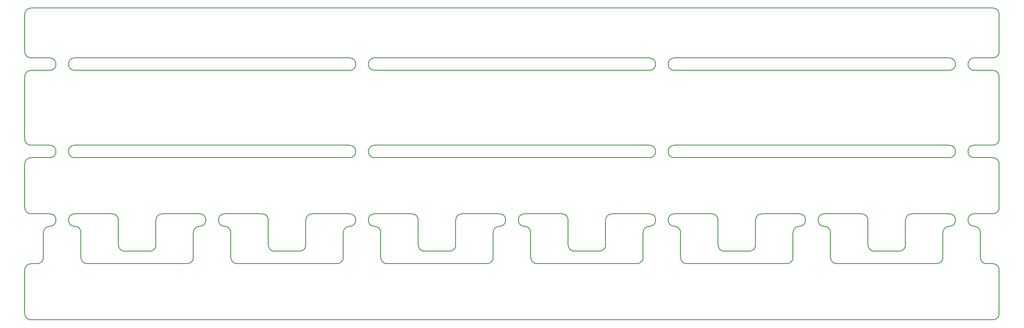
<source format=gbo>
G04 #@! TF.FileFunction,Legend,Bot*
%FSLAX46Y46*%
G04 Gerber Fmt 4.6, Leading zero omitted, Abs format (unit mm)*
G04 Created by KiCad (PCBNEW 4.0.1-3.201512221401+6198~38~ubuntu15.10.1-stable) date Sun Feb 21 18:20:38 2016*
%MOMM*%
G01*
G04 APERTURE LIST*
%ADD10C,0.101600*%
%ADD11C,0.150000*%
%ADD12C,6.496000*%
%ADD13C,0.900000*%
G04 APERTURE END LIST*
D10*
D11*
X0Y10160000D02*
X0Y1270000D01*
X1270000Y11430000D02*
X2540000Y11430000D01*
X1270000Y11430000D02*
G75*
G03X0Y10160000I0J-1270000D01*
G01*
X2540000Y11430000D02*
G75*
G03X3810000Y12700000I0J1270000D01*
G01*
X196850000Y11430000D02*
X195580000Y11430000D01*
X198120000Y10160000D02*
G75*
G03X196850000Y11430000I-1270000J0D01*
G01*
X198120000Y1270000D02*
X198120000Y10160000D01*
X194310000Y12700000D02*
G75*
G03X195580000Y11430000I1270000J0D01*
G01*
X5080000Y50800000D02*
G75*
G03X5080000Y53340000I0J1270000D01*
G01*
X10160000Y53340000D02*
G75*
G03X10160000Y50800000I0J-1270000D01*
G01*
X5080000Y50800000D02*
X1270000Y50800000D01*
X1270000Y53340000D02*
X5080000Y53340000D01*
X5080000Y21590000D02*
X1270000Y21590000D01*
X5080000Y19050000D02*
G75*
G03X5080000Y21590000I0J1270000D01*
G01*
X10160000Y21590000D02*
G75*
G03X10160000Y19050000I0J-1270000D01*
G01*
X10160000Y35560000D02*
G75*
G03X10160000Y33020000I0J-1270000D01*
G01*
X5080000Y33020000D02*
G75*
G03X5080000Y35560000I0J1270000D01*
G01*
X5080000Y33020000D02*
X1270000Y33020000D01*
X1270000Y35560000D02*
X5080000Y35560000D01*
X17780000Y21590000D02*
X10160000Y21590000D01*
X19050000Y20320000D02*
G75*
G03X17780000Y21590000I-1270000J0D01*
G01*
X11430000Y17780000D02*
G75*
G03X10160000Y19050000I-1270000J0D01*
G01*
X11430000Y12700000D02*
X11430000Y17780000D01*
X19050000Y15240000D02*
X19050000Y20320000D01*
X11430000Y12700000D02*
G75*
G03X12700000Y11430000I1270000J0D01*
G01*
X19050000Y15240000D02*
G75*
G03X20320000Y13970000I1270000J0D01*
G01*
X33020000Y11430000D02*
X12700000Y11430000D01*
X25400000Y13970000D02*
X20320000Y13970000D01*
X66040000Y33020000D02*
G75*
G03X66040000Y35560000I0J1270000D01*
G01*
X71120000Y35560000D02*
G75*
G03X71120000Y33020000I0J-1270000D01*
G01*
X127000000Y33020000D02*
G75*
G03X127000000Y35560000I0J1270000D01*
G01*
X132080000Y35560000D02*
G75*
G03X132080000Y33020000I0J-1270000D01*
G01*
X187960000Y33020000D02*
G75*
G03X187960000Y35560000I0J1270000D01*
G01*
X193040000Y35560000D02*
G75*
G03X193040000Y33020000I0J-1270000D01*
G01*
X193040000Y53340000D02*
G75*
G03X193040000Y50800000I0J-1270000D01*
G01*
X187960000Y50800000D02*
G75*
G03X187960000Y53340000I0J1270000D01*
G01*
X132080000Y53340000D02*
G75*
G03X132080000Y50800000I0J-1270000D01*
G01*
X127000000Y50800000D02*
G75*
G03X127000000Y53340000I0J1270000D01*
G01*
X71120000Y53340000D02*
G75*
G03X71120000Y50800000I0J-1270000D01*
G01*
X66040000Y50800000D02*
G75*
G03X66040000Y53340000I0J1270000D01*
G01*
X1270000Y63500000D02*
G75*
G03X0Y62230000I0J-1270000D01*
G01*
X0Y62230000D02*
X0Y54610000D01*
X196850000Y63500000D02*
X1270000Y63500000D01*
X198120000Y62230000D02*
X198120000Y54610000D01*
X198120000Y62230000D02*
G75*
G03X196850000Y63500000I-1270000J0D01*
G01*
X196850000Y53340000D02*
G75*
G03X198120000Y54610000I0J1270000D01*
G01*
X198120000Y49530000D02*
X198120000Y36830000D01*
X196850000Y35560000D02*
G75*
G03X198120000Y36830000I0J1270000D01*
G01*
X198120000Y49530000D02*
G75*
G03X196850000Y50800000I-1270000J0D01*
G01*
X0Y49530000D02*
X0Y36830000D01*
X0Y36830000D02*
G75*
G03X1270000Y35560000I1270000J0D01*
G01*
X0Y54610000D02*
G75*
G03X1270000Y53340000I1270000J0D01*
G01*
X1270000Y50800000D02*
G75*
G03X0Y49530000I0J-1270000D01*
G01*
X193040000Y33020000D02*
X196850000Y33020000D01*
X132080000Y33020000D02*
X187960000Y33020000D01*
X71120000Y33020000D02*
X127000000Y33020000D01*
X10160000Y33020000D02*
X66040000Y33020000D01*
X193040000Y53340000D02*
X196850000Y53340000D01*
X132080000Y53340000D02*
X187960000Y53340000D01*
X71120000Y53340000D02*
X127000000Y53340000D01*
X66040000Y53340000D02*
X10160000Y53340000D01*
X66040000Y35560000D02*
X10160000Y35560000D01*
X127000000Y35560000D02*
X71120000Y35560000D01*
X187960000Y35560000D02*
X132080000Y35560000D01*
X193040000Y35560000D02*
X196850000Y35560000D01*
X193040000Y50800000D02*
X196850000Y50800000D01*
X132080000Y50800000D02*
X187960000Y50800000D01*
X71120000Y50800000D02*
X127000000Y50800000D01*
X10160000Y50800000D02*
X66040000Y50800000D01*
X196850000Y21590000D02*
X193040000Y21590000D01*
X185420000Y11430000D02*
X165100000Y11430000D01*
X186690000Y17780000D02*
X186690000Y12700000D01*
X180340000Y21590000D02*
X187960000Y21590000D01*
X179070000Y15240000D02*
X179070000Y20320000D01*
X172720000Y13970000D02*
X177800000Y13970000D01*
X163830000Y17780000D02*
X163830000Y12700000D01*
X171450000Y20320000D02*
X171450000Y15240000D01*
X162560000Y21590000D02*
X170180000Y21590000D01*
X156210000Y17780000D02*
X156210000Y12700000D01*
X149860000Y21590000D02*
X157480000Y21590000D01*
X148590000Y15240000D02*
X148590000Y20320000D01*
X147320000Y13970000D02*
X142240000Y13970000D01*
X134620000Y11430000D02*
X154940000Y11430000D01*
X140970000Y15240000D02*
X140970000Y20320000D01*
X133350000Y17780000D02*
X133350000Y12700000D01*
X132080000Y21590000D02*
X139700000Y21590000D01*
X119380000Y21590000D02*
X127000000Y21590000D01*
X125730000Y17780000D02*
X125730000Y12700000D01*
X118110000Y15240000D02*
X118110000Y20320000D01*
X124460000Y11430000D02*
X104140000Y11430000D01*
X111760000Y13970000D02*
X116840000Y13970000D01*
X110490000Y15240000D02*
X110490000Y20320000D01*
X102870000Y17780000D02*
X102870000Y12700000D01*
X101600000Y21590000D02*
X109220000Y21590000D01*
X88900000Y21590000D02*
X96520000Y21590000D01*
X95250000Y17780000D02*
X95250000Y12700000D01*
X87630000Y15240000D02*
X87630000Y20320000D01*
X93980000Y11430000D02*
X73660000Y11430000D01*
X81280000Y13970000D02*
X86360000Y13970000D01*
X80010000Y20320000D02*
X80010000Y15240000D01*
X72390000Y17780000D02*
X72390000Y12700000D01*
X71120000Y21590000D02*
X78740000Y21590000D01*
X66040000Y21590000D02*
X58420000Y21590000D01*
X64770000Y17780000D02*
X64770000Y12700000D01*
X57150000Y20320000D02*
X57150000Y15240000D01*
X43180000Y11430000D02*
X63500000Y11430000D01*
X50800000Y13970000D02*
X55880000Y13970000D01*
X41910000Y17780000D02*
X41910000Y12700000D01*
X49530000Y20320000D02*
X49530000Y15240000D01*
X40640000Y21590000D02*
X48260000Y21590000D01*
X27940000Y21590000D02*
X35560000Y21590000D01*
X34290000Y17780000D02*
X34290000Y12700000D01*
X26670000Y20320000D02*
X26670000Y15240000D01*
X3810000Y17780000D02*
X3810000Y12700000D01*
X0Y31750000D02*
X0Y22860000D01*
X194310000Y12700000D02*
X194310000Y17780000D01*
X1270000Y0D02*
X196850000Y0D01*
X198120000Y22860000D02*
X198120000Y31750000D01*
X1270000Y33020000D02*
G75*
G03X0Y31750000I0J-1270000D01*
G01*
X0Y1270000D02*
G75*
G03X1270000Y0I1270000J0D01*
G01*
X5080000Y19050000D02*
G75*
G03X3810000Y17780000I0J-1270000D01*
G01*
X0Y22860000D02*
G75*
G03X1270000Y21590000I1270000J0D01*
G01*
X33020000Y11430000D02*
G75*
G03X34290000Y12700000I0J1270000D01*
G01*
X25400000Y13970000D02*
G75*
G03X26670000Y15240000I0J1270000D01*
G01*
X27940000Y21590000D02*
G75*
G03X26670000Y20320000I0J-1270000D01*
G01*
X35560000Y19050000D02*
G75*
G03X34290000Y17780000I0J-1270000D01*
G01*
X41910000Y12700000D02*
G75*
G03X43180000Y11430000I1270000J0D01*
G01*
X49530000Y15240000D02*
G75*
G03X50800000Y13970000I1270000J0D01*
G01*
X41910000Y17780000D02*
G75*
G03X40640000Y19050000I-1270000J0D01*
G01*
X49530000Y20320000D02*
G75*
G03X48260000Y21590000I-1270000J0D01*
G01*
X63500000Y11430000D02*
G75*
G03X64770000Y12700000I0J1270000D01*
G01*
X55880000Y13970000D02*
G75*
G03X57150000Y15240000I0J1270000D01*
G01*
X58420000Y21590000D02*
G75*
G03X57150000Y20320000I0J-1270000D01*
G01*
X66040000Y19050000D02*
G75*
G03X64770000Y17780000I0J-1270000D01*
G01*
X72390000Y12700000D02*
G75*
G03X73660000Y11430000I1270000J0D01*
G01*
X80010000Y15240000D02*
G75*
G03X81280000Y13970000I1270000J0D01*
G01*
X72390000Y17780000D02*
G75*
G03X71120000Y19050000I-1270000J0D01*
G01*
X80010000Y20320000D02*
G75*
G03X78740000Y21590000I-1270000J0D01*
G01*
X93980000Y11430000D02*
G75*
G03X95250000Y12700000I0J1270000D01*
G01*
X86360000Y13970000D02*
G75*
G03X87630000Y15240000I0J1270000D01*
G01*
X88900000Y21590000D02*
G75*
G03X87630000Y20320000I0J-1270000D01*
G01*
X96520000Y19050000D02*
G75*
G03X95250000Y17780000I0J-1270000D01*
G01*
X102870000Y12700000D02*
G75*
G03X104140000Y11430000I1270000J0D01*
G01*
X110490000Y15240000D02*
G75*
G03X111760000Y13970000I1270000J0D01*
G01*
X102870000Y17780000D02*
G75*
G03X101600000Y19050000I-1270000J0D01*
G01*
X110490000Y20320000D02*
G75*
G03X109220000Y21590000I-1270000J0D01*
G01*
X124460000Y11430000D02*
G75*
G03X125730000Y12700000I0J1270000D01*
G01*
X116840000Y13970000D02*
G75*
G03X118110000Y15240000I0J1270000D01*
G01*
X119380000Y21590000D02*
G75*
G03X118110000Y20320000I0J-1270000D01*
G01*
X127000000Y19050000D02*
G75*
G03X125730000Y17780000I0J-1270000D01*
G01*
X140970000Y20320000D02*
G75*
G03X139700000Y21590000I-1270000J0D01*
G01*
X133350000Y17780000D02*
G75*
G03X132080000Y19050000I-1270000J0D01*
G01*
X133350000Y12700000D02*
G75*
G03X134620000Y11430000I1270000J0D01*
G01*
X140970000Y15240000D02*
G75*
G03X142240000Y13970000I1270000J0D01*
G01*
X154940000Y11430000D02*
G75*
G03X156210000Y12700000I0J1270000D01*
G01*
X147320000Y13970000D02*
G75*
G03X148590000Y15240000I0J1270000D01*
G01*
X149860000Y21590000D02*
G75*
G03X148590000Y20320000I0J-1270000D01*
G01*
X157480000Y19050000D02*
G75*
G03X156210000Y17780000I0J-1270000D01*
G01*
X171450000Y20320000D02*
G75*
G03X170180000Y21590000I-1270000J0D01*
G01*
X163830000Y17780000D02*
G75*
G03X162560000Y19050000I-1270000J0D01*
G01*
X163830000Y12700000D02*
G75*
G03X165100000Y11430000I1270000J0D01*
G01*
X171450000Y15240000D02*
G75*
G03X172720000Y13970000I1270000J0D01*
G01*
X177800000Y13970000D02*
G75*
G03X179070000Y15240000I0J1270000D01*
G01*
X185420000Y11430000D02*
G75*
G03X186690000Y12700000I0J1270000D01*
G01*
X198120000Y31750000D02*
G75*
G03X196850000Y33020000I-1270000J0D01*
G01*
X196850000Y0D02*
G75*
G03X198120000Y1270000I0J1270000D01*
G01*
X194310000Y17780000D02*
G75*
G03X193040000Y19050000I-1270000J0D01*
G01*
X196850000Y21590000D02*
G75*
G03X198120000Y22860000I0J1270000D01*
G01*
X180340000Y21590000D02*
G75*
G03X179070000Y20320000I0J-1270000D01*
G01*
X187960000Y19050000D02*
G75*
G03X186690000Y17780000I0J-1270000D01*
G01*
X35560000Y19050000D02*
G75*
G03X35560000Y21590000I0J1270000D01*
G01*
X40640000Y21590000D02*
G75*
G03X40640000Y19050000I0J-1270000D01*
G01*
X66040000Y19050000D02*
G75*
G03X66040000Y21590000I0J1270000D01*
G01*
X71120000Y21590000D02*
G75*
G03X71120000Y19050000I0J-1270000D01*
G01*
X96520000Y19050000D02*
G75*
G03X96520000Y21590000I0J1270000D01*
G01*
X101600000Y21590000D02*
G75*
G03X101600000Y19050000I0J-1270000D01*
G01*
X127000000Y19050000D02*
G75*
G03X127000000Y21590000I0J1270000D01*
G01*
X132080000Y21590000D02*
G75*
G03X132080000Y19050000I0J-1270000D01*
G01*
X157480000Y19050000D02*
G75*
G03X157480000Y21590000I0J1270000D01*
G01*
X162560000Y21590000D02*
G75*
G03X162560000Y19050000I0J-1270000D01*
G01*
X193040000Y21590000D02*
G75*
G03X193040000Y19050000I0J-1270000D01*
G01*
X187960000Y19050000D02*
G75*
G03X187960000Y21590000I0J1270000D01*
G01*
%LPC*%
D12*
X7620000Y5080000D03*
X7620000Y15240000D03*
X7620000Y27940000D03*
X7620000Y45720000D03*
X7620000Y58420000D03*
X38100000Y15240000D03*
X68580000Y15240000D03*
X99060000Y15240000D03*
X129540000Y15240000D03*
X160020000Y15240000D03*
X190500000Y15240000D03*
X22860000Y5080000D03*
X38100000Y5080000D03*
X53340000Y5080000D03*
X68580000Y5080000D03*
X83820000Y5080000D03*
X99060000Y5080000D03*
X114300000Y5080000D03*
X129540000Y5080000D03*
X144780000Y5080000D03*
X160020000Y5080000D03*
X175260000Y5080000D03*
X190500000Y5080000D03*
X22860000Y58420000D03*
X53340000Y58420000D03*
X83820000Y58420000D03*
X114300000Y58420000D03*
X144780000Y58420000D03*
X175260000Y58420000D03*
X38100000Y58420000D03*
X68580000Y58420000D03*
X99060000Y58420000D03*
X129540000Y58420000D03*
X160020000Y58420000D03*
X190500000Y58420000D03*
X22860000Y45720000D03*
X38100000Y45720000D03*
X53340000Y45720000D03*
X68580000Y45720000D03*
X83820000Y45720000D03*
X99060000Y45720000D03*
X114300000Y45720000D03*
X129540000Y45720000D03*
X144780000Y45720000D03*
X160020000Y45720000D03*
X175260000Y45720000D03*
X190500000Y45720000D03*
X15240000Y40640000D03*
X45720000Y40640000D03*
X76200000Y40640000D03*
X106680000Y40640000D03*
X137160000Y40640000D03*
X167640000Y40640000D03*
X22860000Y27940000D03*
X38100000Y27940000D03*
X53340000Y27940000D03*
X68580000Y27940000D03*
X83820000Y27940000D03*
X99060000Y27940000D03*
X114300000Y27940000D03*
X129540000Y27940000D03*
X144780000Y27940000D03*
X160020000Y27940000D03*
X175260000Y27940000D03*
X190500000Y27940000D03*
X22860000Y17780000D03*
X53340000Y17780000D03*
X83820000Y17780000D03*
X114300000Y17780000D03*
X144780000Y17780000D03*
X175260000Y17780000D03*
D13*
X7620000Y53170000D03*
X7620000Y50970000D03*
X8420000Y53170000D03*
X6820000Y53170000D03*
X6820000Y50970000D03*
X8420000Y50970000D03*
X68580000Y53170000D03*
X68580000Y50970000D03*
X69380000Y53170000D03*
X67780000Y53170000D03*
X67780000Y50970000D03*
X69380000Y50970000D03*
X129540000Y53170000D03*
X129540000Y50970000D03*
X130340000Y53170000D03*
X128740000Y53170000D03*
X128740000Y50970000D03*
X130340000Y50970000D03*
X190500000Y53170000D03*
X190500000Y50970000D03*
X191300000Y53170000D03*
X189700000Y53170000D03*
X189700000Y50970000D03*
X191300000Y50970000D03*
X7620000Y35390000D03*
X7620000Y33190000D03*
X8420000Y35390000D03*
X6820000Y35390000D03*
X6820000Y33190000D03*
X8420000Y33190000D03*
X68580000Y35390000D03*
X68580000Y33190000D03*
X69380000Y35390000D03*
X67780000Y35390000D03*
X67780000Y33190000D03*
X69380000Y33190000D03*
X129540000Y35390000D03*
X129540000Y33190000D03*
X130340000Y35390000D03*
X128740000Y35390000D03*
X128740000Y33190000D03*
X130340000Y33190000D03*
X190500000Y35390000D03*
X190500000Y33190000D03*
X191300000Y35390000D03*
X189700000Y35390000D03*
X189700000Y33190000D03*
X191300000Y33190000D03*
X7620000Y21420000D03*
X7620000Y19220000D03*
X8420000Y21420000D03*
X6820000Y21420000D03*
X6820000Y19220000D03*
X8420000Y19220000D03*
X38100000Y21420000D03*
X38100000Y19220000D03*
X38900000Y21420000D03*
X37300000Y21420000D03*
X37300000Y19220000D03*
X38900000Y19220000D03*
X68580000Y21420000D03*
X68580000Y19220000D03*
X69380000Y21420000D03*
X67780000Y21420000D03*
X67780000Y19220000D03*
X69380000Y19220000D03*
X99060000Y21420000D03*
X99060000Y19220000D03*
X99860000Y21420000D03*
X98260000Y21420000D03*
X98260000Y19220000D03*
X99860000Y19220000D03*
X129540000Y21420000D03*
X129540000Y19220000D03*
X130340000Y21420000D03*
X128740000Y21420000D03*
X128740000Y19220000D03*
X130340000Y19220000D03*
X160020000Y21420000D03*
X160020000Y19220000D03*
X160820000Y21420000D03*
X159220000Y21420000D03*
X159220000Y19220000D03*
X160820000Y19220000D03*
X190500000Y21420000D03*
X190500000Y19220000D03*
X191300000Y21420000D03*
X189700000Y21420000D03*
X189700000Y19220000D03*
X191300000Y19220000D03*
M02*

</source>
